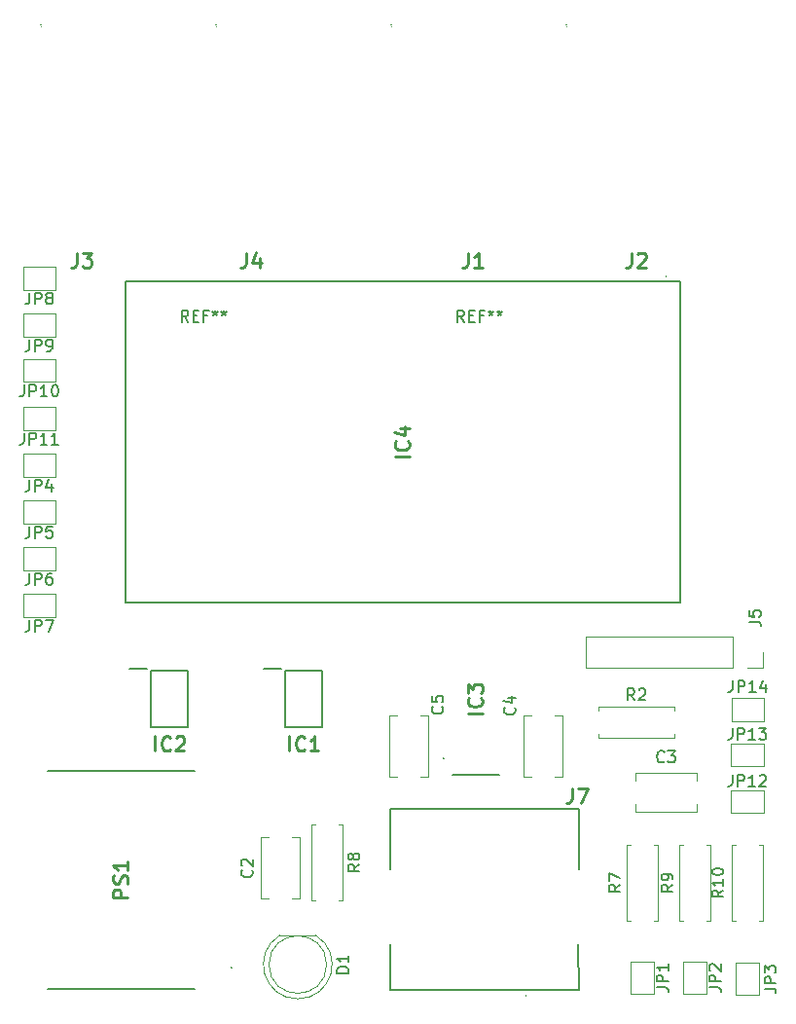
<source format=gto>
G04 #@! TF.GenerationSoftware,KiCad,Pcbnew,9.0.1*
G04 #@! TF.CreationDate,2025-05-26T13:20:38+02:00*
G04 #@! TF.ProjectId,ESP Interface Board,45535020-496e-4746-9572-666163652042,rev?*
G04 #@! TF.SameCoordinates,Original*
G04 #@! TF.FileFunction,Legend,Top*
G04 #@! TF.FilePolarity,Positive*
%FSLAX46Y46*%
G04 Gerber Fmt 4.6, Leading zero omitted, Abs format (unit mm)*
G04 Created by KiCad (PCBNEW 9.0.1) date 2025-05-26 13:20:38*
%MOMM*%
%LPD*%
G01*
G04 APERTURE LIST*
%ADD10C,0.150000*%
%ADD11C,0.254000*%
%ADD12C,0.100000*%
%ADD13C,0.120000*%
%ADD14C,0.200000*%
%ADD15C,3.200000*%
%ADD16R,1.950000X1.950000*%
%ADD17C,1.950000*%
%ADD18R,1.000000X1.500000*%
%ADD19C,1.600000*%
%ADD20O,1.600000X1.600000*%
%ADD21R,1.700000X1.700000*%
%ADD22C,1.700000*%
%ADD23R,1.800000X1.800000*%
%ADD24C,1.800000*%
%ADD25R,2.500000X1.400000*%
%ADD26R,1.500000X1.000000*%
%ADD27R,1.446000X1.446000*%
%ADD28C,1.446000*%
%ADD29C,2.355000*%
%ADD30C,3.250000*%
%ADD31R,1.665000X1.665000*%
%ADD32C,1.665000*%
%ADD33R,1.200000X1.200000*%
%ADD34C,1.200000*%
%ADD35R,1.528000X0.650000*%
G04 APERTURE END LIST*
D10*
X122166666Y-97254819D02*
X121833333Y-96778628D01*
X121595238Y-97254819D02*
X121595238Y-96254819D01*
X121595238Y-96254819D02*
X121976190Y-96254819D01*
X121976190Y-96254819D02*
X122071428Y-96302438D01*
X122071428Y-96302438D02*
X122119047Y-96350057D01*
X122119047Y-96350057D02*
X122166666Y-96445295D01*
X122166666Y-96445295D02*
X122166666Y-96588152D01*
X122166666Y-96588152D02*
X122119047Y-96683390D01*
X122119047Y-96683390D02*
X122071428Y-96731009D01*
X122071428Y-96731009D02*
X121976190Y-96778628D01*
X121976190Y-96778628D02*
X121595238Y-96778628D01*
X122595238Y-96731009D02*
X122928571Y-96731009D01*
X123071428Y-97254819D02*
X122595238Y-97254819D01*
X122595238Y-97254819D02*
X122595238Y-96254819D01*
X122595238Y-96254819D02*
X123071428Y-96254819D01*
X123833333Y-96731009D02*
X123500000Y-96731009D01*
X123500000Y-97254819D02*
X123500000Y-96254819D01*
X123500000Y-96254819D02*
X123976190Y-96254819D01*
X124500000Y-96254819D02*
X124500000Y-96492914D01*
X124261905Y-96397676D02*
X124500000Y-96492914D01*
X124500000Y-96492914D02*
X124738095Y-96397676D01*
X124357143Y-96683390D02*
X124500000Y-96492914D01*
X124500000Y-96492914D02*
X124642857Y-96683390D01*
X125261905Y-96254819D02*
X125261905Y-96492914D01*
X125023810Y-96397676D02*
X125261905Y-96492914D01*
X125261905Y-96492914D02*
X125500000Y-96397676D01*
X125119048Y-96683390D02*
X125261905Y-96492914D01*
X125261905Y-96492914D02*
X125404762Y-96683390D01*
X98166666Y-97254819D02*
X97833333Y-96778628D01*
X97595238Y-97254819D02*
X97595238Y-96254819D01*
X97595238Y-96254819D02*
X97976190Y-96254819D01*
X97976190Y-96254819D02*
X98071428Y-96302438D01*
X98071428Y-96302438D02*
X98119047Y-96350057D01*
X98119047Y-96350057D02*
X98166666Y-96445295D01*
X98166666Y-96445295D02*
X98166666Y-96588152D01*
X98166666Y-96588152D02*
X98119047Y-96683390D01*
X98119047Y-96683390D02*
X98071428Y-96731009D01*
X98071428Y-96731009D02*
X97976190Y-96778628D01*
X97976190Y-96778628D02*
X97595238Y-96778628D01*
X98595238Y-96731009D02*
X98928571Y-96731009D01*
X99071428Y-97254819D02*
X98595238Y-97254819D01*
X98595238Y-97254819D02*
X98595238Y-96254819D01*
X98595238Y-96254819D02*
X99071428Y-96254819D01*
X99833333Y-96731009D02*
X99500000Y-96731009D01*
X99500000Y-97254819D02*
X99500000Y-96254819D01*
X99500000Y-96254819D02*
X99976190Y-96254819D01*
X100500000Y-96254819D02*
X100500000Y-96492914D01*
X100261905Y-96397676D02*
X100500000Y-96492914D01*
X100500000Y-96492914D02*
X100738095Y-96397676D01*
X100357143Y-96683390D02*
X100500000Y-96492914D01*
X100500000Y-96492914D02*
X100642857Y-96683390D01*
X101261905Y-96254819D02*
X101261905Y-96492914D01*
X101023810Y-96397676D02*
X101261905Y-96492914D01*
X101261905Y-96492914D02*
X101500000Y-96397676D01*
X101119048Y-96683390D02*
X101261905Y-96492914D01*
X101261905Y-96492914D02*
X101404762Y-96683390D01*
D11*
X136736667Y-91252318D02*
X136736667Y-92159461D01*
X136736667Y-92159461D02*
X136676190Y-92340889D01*
X136676190Y-92340889D02*
X136555238Y-92461842D01*
X136555238Y-92461842D02*
X136373809Y-92522318D01*
X136373809Y-92522318D02*
X136252857Y-92522318D01*
X137280952Y-91373270D02*
X137341428Y-91312794D01*
X137341428Y-91312794D02*
X137462381Y-91252318D01*
X137462381Y-91252318D02*
X137764762Y-91252318D01*
X137764762Y-91252318D02*
X137885714Y-91312794D01*
X137885714Y-91312794D02*
X137946190Y-91373270D01*
X137946190Y-91373270D02*
X138006667Y-91494222D01*
X138006667Y-91494222D02*
X138006667Y-91615175D01*
X138006667Y-91615175D02*
X137946190Y-91796603D01*
X137946190Y-91796603D02*
X137220476Y-92522318D01*
X137220476Y-92522318D02*
X138006667Y-92522318D01*
X103208667Y-91252318D02*
X103208667Y-92159461D01*
X103208667Y-92159461D02*
X103148190Y-92340889D01*
X103148190Y-92340889D02*
X103027238Y-92461842D01*
X103027238Y-92461842D02*
X102845809Y-92522318D01*
X102845809Y-92522318D02*
X102724857Y-92522318D01*
X104357714Y-91675651D02*
X104357714Y-92522318D01*
X104055333Y-91191842D02*
X103752952Y-92098984D01*
X103752952Y-92098984D02*
X104539143Y-92098984D01*
X88476667Y-91252318D02*
X88476667Y-92159461D01*
X88476667Y-92159461D02*
X88416190Y-92340889D01*
X88416190Y-92340889D02*
X88295238Y-92461842D01*
X88295238Y-92461842D02*
X88113809Y-92522318D01*
X88113809Y-92522318D02*
X87992857Y-92522318D01*
X88960476Y-91252318D02*
X89746667Y-91252318D01*
X89746667Y-91252318D02*
X89323333Y-91736127D01*
X89323333Y-91736127D02*
X89504762Y-91736127D01*
X89504762Y-91736127D02*
X89625714Y-91796603D01*
X89625714Y-91796603D02*
X89686190Y-91857080D01*
X89686190Y-91857080D02*
X89746667Y-91978032D01*
X89746667Y-91978032D02*
X89746667Y-92280413D01*
X89746667Y-92280413D02*
X89686190Y-92401365D01*
X89686190Y-92401365D02*
X89625714Y-92461842D01*
X89625714Y-92461842D02*
X89504762Y-92522318D01*
X89504762Y-92522318D02*
X89141905Y-92522318D01*
X89141905Y-92522318D02*
X89020952Y-92461842D01*
X89020952Y-92461842D02*
X88960476Y-92401365D01*
X122512667Y-91252318D02*
X122512667Y-92159461D01*
X122512667Y-92159461D02*
X122452190Y-92340889D01*
X122452190Y-92340889D02*
X122331238Y-92461842D01*
X122331238Y-92461842D02*
X122149809Y-92522318D01*
X122149809Y-92522318D02*
X122028857Y-92522318D01*
X123782667Y-92522318D02*
X123056952Y-92522318D01*
X123419809Y-92522318D02*
X123419809Y-91252318D01*
X123419809Y-91252318D02*
X123298857Y-91433746D01*
X123298857Y-91433746D02*
X123177905Y-91554699D01*
X123177905Y-91554699D02*
X123056952Y-91615175D01*
D10*
X145540476Y-128454819D02*
X145540476Y-129169104D01*
X145540476Y-129169104D02*
X145492857Y-129311961D01*
X145492857Y-129311961D02*
X145397619Y-129407200D01*
X145397619Y-129407200D02*
X145254762Y-129454819D01*
X145254762Y-129454819D02*
X145159524Y-129454819D01*
X146016667Y-129454819D02*
X146016667Y-128454819D01*
X146016667Y-128454819D02*
X146397619Y-128454819D01*
X146397619Y-128454819D02*
X146492857Y-128502438D01*
X146492857Y-128502438D02*
X146540476Y-128550057D01*
X146540476Y-128550057D02*
X146588095Y-128645295D01*
X146588095Y-128645295D02*
X146588095Y-128788152D01*
X146588095Y-128788152D02*
X146540476Y-128883390D01*
X146540476Y-128883390D02*
X146492857Y-128931009D01*
X146492857Y-128931009D02*
X146397619Y-128978628D01*
X146397619Y-128978628D02*
X146016667Y-128978628D01*
X147540476Y-129454819D02*
X146969048Y-129454819D01*
X147254762Y-129454819D02*
X147254762Y-128454819D01*
X147254762Y-128454819D02*
X147159524Y-128597676D01*
X147159524Y-128597676D02*
X147064286Y-128692914D01*
X147064286Y-128692914D02*
X146969048Y-128740533D01*
X148397619Y-128788152D02*
X148397619Y-129454819D01*
X148159524Y-128407200D02*
X147921429Y-129121485D01*
X147921429Y-129121485D02*
X148540476Y-129121485D01*
X144726819Y-146692857D02*
X144250628Y-147026190D01*
X144726819Y-147264285D02*
X143726819Y-147264285D01*
X143726819Y-147264285D02*
X143726819Y-146883333D01*
X143726819Y-146883333D02*
X143774438Y-146788095D01*
X143774438Y-146788095D02*
X143822057Y-146740476D01*
X143822057Y-146740476D02*
X143917295Y-146692857D01*
X143917295Y-146692857D02*
X144060152Y-146692857D01*
X144060152Y-146692857D02*
X144155390Y-146740476D01*
X144155390Y-146740476D02*
X144203009Y-146788095D01*
X144203009Y-146788095D02*
X144250628Y-146883333D01*
X144250628Y-146883333D02*
X144250628Y-147264285D01*
X144726819Y-145740476D02*
X144726819Y-146311904D01*
X144726819Y-146026190D02*
X143726819Y-146026190D01*
X143726819Y-146026190D02*
X143869676Y-146121428D01*
X143869676Y-146121428D02*
X143964914Y-146216666D01*
X143964914Y-146216666D02*
X144012533Y-146311904D01*
X143726819Y-145121428D02*
X143726819Y-145026190D01*
X143726819Y-145026190D02*
X143774438Y-144930952D01*
X143774438Y-144930952D02*
X143822057Y-144883333D01*
X143822057Y-144883333D02*
X143917295Y-144835714D01*
X143917295Y-144835714D02*
X144107771Y-144788095D01*
X144107771Y-144788095D02*
X144345866Y-144788095D01*
X144345866Y-144788095D02*
X144536342Y-144835714D01*
X144536342Y-144835714D02*
X144631580Y-144883333D01*
X144631580Y-144883333D02*
X144679200Y-144930952D01*
X144679200Y-144930952D02*
X144726819Y-145026190D01*
X144726819Y-145026190D02*
X144726819Y-145121428D01*
X144726819Y-145121428D02*
X144679200Y-145216666D01*
X144679200Y-145216666D02*
X144631580Y-145264285D01*
X144631580Y-145264285D02*
X144536342Y-145311904D01*
X144536342Y-145311904D02*
X144345866Y-145359523D01*
X144345866Y-145359523D02*
X144107771Y-145359523D01*
X144107771Y-145359523D02*
X143917295Y-145311904D01*
X143917295Y-145311904D02*
X143822057Y-145264285D01*
X143822057Y-145264285D02*
X143774438Y-145216666D01*
X143774438Y-145216666D02*
X143726819Y-145121428D01*
X140324819Y-146216666D02*
X139848628Y-146549999D01*
X140324819Y-146788094D02*
X139324819Y-146788094D01*
X139324819Y-146788094D02*
X139324819Y-146407142D01*
X139324819Y-146407142D02*
X139372438Y-146311904D01*
X139372438Y-146311904D02*
X139420057Y-146264285D01*
X139420057Y-146264285D02*
X139515295Y-146216666D01*
X139515295Y-146216666D02*
X139658152Y-146216666D01*
X139658152Y-146216666D02*
X139753390Y-146264285D01*
X139753390Y-146264285D02*
X139801009Y-146311904D01*
X139801009Y-146311904D02*
X139848628Y-146407142D01*
X139848628Y-146407142D02*
X139848628Y-146788094D01*
X140324819Y-145740475D02*
X140324819Y-145549999D01*
X140324819Y-145549999D02*
X140277200Y-145454761D01*
X140277200Y-145454761D02*
X140229580Y-145407142D01*
X140229580Y-145407142D02*
X140086723Y-145311904D01*
X140086723Y-145311904D02*
X139896247Y-145264285D01*
X139896247Y-145264285D02*
X139515295Y-145264285D01*
X139515295Y-145264285D02*
X139420057Y-145311904D01*
X139420057Y-145311904D02*
X139372438Y-145359523D01*
X139372438Y-145359523D02*
X139324819Y-145454761D01*
X139324819Y-145454761D02*
X139324819Y-145645237D01*
X139324819Y-145645237D02*
X139372438Y-145740475D01*
X139372438Y-145740475D02*
X139420057Y-145788094D01*
X139420057Y-145788094D02*
X139515295Y-145835713D01*
X139515295Y-145835713D02*
X139753390Y-145835713D01*
X139753390Y-145835713D02*
X139848628Y-145788094D01*
X139848628Y-145788094D02*
X139896247Y-145740475D01*
X139896247Y-145740475D02*
X139943866Y-145645237D01*
X139943866Y-145645237D02*
X139943866Y-145454761D01*
X139943866Y-145454761D02*
X139896247Y-145359523D01*
X139896247Y-145359523D02*
X139848628Y-145311904D01*
X139848628Y-145311904D02*
X139753390Y-145264285D01*
X113060819Y-144438666D02*
X112584628Y-144771999D01*
X113060819Y-145010094D02*
X112060819Y-145010094D01*
X112060819Y-145010094D02*
X112060819Y-144629142D01*
X112060819Y-144629142D02*
X112108438Y-144533904D01*
X112108438Y-144533904D02*
X112156057Y-144486285D01*
X112156057Y-144486285D02*
X112251295Y-144438666D01*
X112251295Y-144438666D02*
X112394152Y-144438666D01*
X112394152Y-144438666D02*
X112489390Y-144486285D01*
X112489390Y-144486285D02*
X112537009Y-144533904D01*
X112537009Y-144533904D02*
X112584628Y-144629142D01*
X112584628Y-144629142D02*
X112584628Y-145010094D01*
X112489390Y-143867237D02*
X112441771Y-143962475D01*
X112441771Y-143962475D02*
X112394152Y-144010094D01*
X112394152Y-144010094D02*
X112298914Y-144057713D01*
X112298914Y-144057713D02*
X112251295Y-144057713D01*
X112251295Y-144057713D02*
X112156057Y-144010094D01*
X112156057Y-144010094D02*
X112108438Y-143962475D01*
X112108438Y-143962475D02*
X112060819Y-143867237D01*
X112060819Y-143867237D02*
X112060819Y-143676761D01*
X112060819Y-143676761D02*
X112108438Y-143581523D01*
X112108438Y-143581523D02*
X112156057Y-143533904D01*
X112156057Y-143533904D02*
X112251295Y-143486285D01*
X112251295Y-143486285D02*
X112298914Y-143486285D01*
X112298914Y-143486285D02*
X112394152Y-143533904D01*
X112394152Y-143533904D02*
X112441771Y-143581523D01*
X112441771Y-143581523D02*
X112489390Y-143676761D01*
X112489390Y-143676761D02*
X112489390Y-143867237D01*
X112489390Y-143867237D02*
X112537009Y-143962475D01*
X112537009Y-143962475D02*
X112584628Y-144010094D01*
X112584628Y-144010094D02*
X112679866Y-144057713D01*
X112679866Y-144057713D02*
X112870342Y-144057713D01*
X112870342Y-144057713D02*
X112965580Y-144010094D01*
X112965580Y-144010094D02*
X113013200Y-143962475D01*
X113013200Y-143962475D02*
X113060819Y-143867237D01*
X113060819Y-143867237D02*
X113060819Y-143676761D01*
X113060819Y-143676761D02*
X113013200Y-143581523D01*
X113013200Y-143581523D02*
X112965580Y-143533904D01*
X112965580Y-143533904D02*
X112870342Y-143486285D01*
X112870342Y-143486285D02*
X112679866Y-143486285D01*
X112679866Y-143486285D02*
X112584628Y-143533904D01*
X112584628Y-143533904D02*
X112537009Y-143581523D01*
X112537009Y-143581523D02*
X112489390Y-143676761D01*
X135752819Y-146216666D02*
X135276628Y-146549999D01*
X135752819Y-146788094D02*
X134752819Y-146788094D01*
X134752819Y-146788094D02*
X134752819Y-146407142D01*
X134752819Y-146407142D02*
X134800438Y-146311904D01*
X134800438Y-146311904D02*
X134848057Y-146264285D01*
X134848057Y-146264285D02*
X134943295Y-146216666D01*
X134943295Y-146216666D02*
X135086152Y-146216666D01*
X135086152Y-146216666D02*
X135181390Y-146264285D01*
X135181390Y-146264285D02*
X135229009Y-146311904D01*
X135229009Y-146311904D02*
X135276628Y-146407142D01*
X135276628Y-146407142D02*
X135276628Y-146788094D01*
X134752819Y-145883332D02*
X134752819Y-145216666D01*
X134752819Y-145216666D02*
X135752819Y-145645237D01*
X136993333Y-130164819D02*
X136660000Y-129688628D01*
X136421905Y-130164819D02*
X136421905Y-129164819D01*
X136421905Y-129164819D02*
X136802857Y-129164819D01*
X136802857Y-129164819D02*
X136898095Y-129212438D01*
X136898095Y-129212438D02*
X136945714Y-129260057D01*
X136945714Y-129260057D02*
X136993333Y-129355295D01*
X136993333Y-129355295D02*
X136993333Y-129498152D01*
X136993333Y-129498152D02*
X136945714Y-129593390D01*
X136945714Y-129593390D02*
X136898095Y-129641009D01*
X136898095Y-129641009D02*
X136802857Y-129688628D01*
X136802857Y-129688628D02*
X136421905Y-129688628D01*
X137374286Y-129260057D02*
X137421905Y-129212438D01*
X137421905Y-129212438D02*
X137517143Y-129164819D01*
X137517143Y-129164819D02*
X137755238Y-129164819D01*
X137755238Y-129164819D02*
X137850476Y-129212438D01*
X137850476Y-129212438D02*
X137898095Y-129260057D01*
X137898095Y-129260057D02*
X137945714Y-129355295D01*
X137945714Y-129355295D02*
X137945714Y-129450533D01*
X137945714Y-129450533D02*
X137898095Y-129593390D01*
X137898095Y-129593390D02*
X137326667Y-130164819D01*
X137326667Y-130164819D02*
X137945714Y-130164819D01*
X146954819Y-123333333D02*
X147669104Y-123333333D01*
X147669104Y-123333333D02*
X147811961Y-123380952D01*
X147811961Y-123380952D02*
X147907200Y-123476190D01*
X147907200Y-123476190D02*
X147954819Y-123619047D01*
X147954819Y-123619047D02*
X147954819Y-123714285D01*
X146954819Y-122380952D02*
X146954819Y-122857142D01*
X146954819Y-122857142D02*
X147431009Y-122904761D01*
X147431009Y-122904761D02*
X147383390Y-122857142D01*
X147383390Y-122857142D02*
X147335771Y-122761904D01*
X147335771Y-122761904D02*
X147335771Y-122523809D01*
X147335771Y-122523809D02*
X147383390Y-122428571D01*
X147383390Y-122428571D02*
X147431009Y-122380952D01*
X147431009Y-122380952D02*
X147526247Y-122333333D01*
X147526247Y-122333333D02*
X147764342Y-122333333D01*
X147764342Y-122333333D02*
X147859580Y-122380952D01*
X147859580Y-122380952D02*
X147907200Y-122428571D01*
X147907200Y-122428571D02*
X147954819Y-122523809D01*
X147954819Y-122523809D02*
X147954819Y-122761904D01*
X147954819Y-122761904D02*
X147907200Y-122857142D01*
X147907200Y-122857142D02*
X147859580Y-122904761D01*
X112110819Y-153900094D02*
X111110819Y-153900094D01*
X111110819Y-153900094D02*
X111110819Y-153661999D01*
X111110819Y-153661999D02*
X111158438Y-153519142D01*
X111158438Y-153519142D02*
X111253676Y-153423904D01*
X111253676Y-153423904D02*
X111348914Y-153376285D01*
X111348914Y-153376285D02*
X111539390Y-153328666D01*
X111539390Y-153328666D02*
X111682247Y-153328666D01*
X111682247Y-153328666D02*
X111872723Y-153376285D01*
X111872723Y-153376285D02*
X111967961Y-153423904D01*
X111967961Y-153423904D02*
X112063200Y-153519142D01*
X112063200Y-153519142D02*
X112110819Y-153661999D01*
X112110819Y-153661999D02*
X112110819Y-153900094D01*
X112110819Y-152376285D02*
X112110819Y-152947713D01*
X112110819Y-152661999D02*
X111110819Y-152661999D01*
X111110819Y-152661999D02*
X111253676Y-152757237D01*
X111253676Y-152757237D02*
X111348914Y-152852475D01*
X111348914Y-152852475D02*
X111396533Y-152947713D01*
X120246580Y-130722666D02*
X120294200Y-130770285D01*
X120294200Y-130770285D02*
X120341819Y-130913142D01*
X120341819Y-130913142D02*
X120341819Y-131008380D01*
X120341819Y-131008380D02*
X120294200Y-131151237D01*
X120294200Y-131151237D02*
X120198961Y-131246475D01*
X120198961Y-131246475D02*
X120103723Y-131294094D01*
X120103723Y-131294094D02*
X119913247Y-131341713D01*
X119913247Y-131341713D02*
X119770390Y-131341713D01*
X119770390Y-131341713D02*
X119579914Y-131294094D01*
X119579914Y-131294094D02*
X119484676Y-131246475D01*
X119484676Y-131246475D02*
X119389438Y-131151237D01*
X119389438Y-131151237D02*
X119341819Y-131008380D01*
X119341819Y-131008380D02*
X119341819Y-130913142D01*
X119341819Y-130913142D02*
X119389438Y-130770285D01*
X119389438Y-130770285D02*
X119437057Y-130722666D01*
X119341819Y-129817904D02*
X119341819Y-130294094D01*
X119341819Y-130294094D02*
X119818009Y-130341713D01*
X119818009Y-130341713D02*
X119770390Y-130294094D01*
X119770390Y-130294094D02*
X119722771Y-130198856D01*
X119722771Y-130198856D02*
X119722771Y-129960761D01*
X119722771Y-129960761D02*
X119770390Y-129865523D01*
X119770390Y-129865523D02*
X119818009Y-129817904D01*
X119818009Y-129817904D02*
X119913247Y-129770285D01*
X119913247Y-129770285D02*
X120151342Y-129770285D01*
X120151342Y-129770285D02*
X120246580Y-129817904D01*
X120246580Y-129817904D02*
X120294200Y-129865523D01*
X120294200Y-129865523D02*
X120341819Y-129960761D01*
X120341819Y-129960761D02*
X120341819Y-130198856D01*
X120341819Y-130198856D02*
X120294200Y-130294094D01*
X120294200Y-130294094D02*
X120246580Y-130341713D01*
X126540580Y-130802666D02*
X126588200Y-130850285D01*
X126588200Y-130850285D02*
X126635819Y-130993142D01*
X126635819Y-130993142D02*
X126635819Y-131088380D01*
X126635819Y-131088380D02*
X126588200Y-131231237D01*
X126588200Y-131231237D02*
X126492961Y-131326475D01*
X126492961Y-131326475D02*
X126397723Y-131374094D01*
X126397723Y-131374094D02*
X126207247Y-131421713D01*
X126207247Y-131421713D02*
X126064390Y-131421713D01*
X126064390Y-131421713D02*
X125873914Y-131374094D01*
X125873914Y-131374094D02*
X125778676Y-131326475D01*
X125778676Y-131326475D02*
X125683438Y-131231237D01*
X125683438Y-131231237D02*
X125635819Y-131088380D01*
X125635819Y-131088380D02*
X125635819Y-130993142D01*
X125635819Y-130993142D02*
X125683438Y-130850285D01*
X125683438Y-130850285D02*
X125731057Y-130802666D01*
X125969152Y-129945523D02*
X126635819Y-129945523D01*
X125588200Y-130183618D02*
X126302485Y-130421713D01*
X126302485Y-130421713D02*
X126302485Y-129802666D01*
X139573333Y-135487580D02*
X139525714Y-135535200D01*
X139525714Y-135535200D02*
X139382857Y-135582819D01*
X139382857Y-135582819D02*
X139287619Y-135582819D01*
X139287619Y-135582819D02*
X139144762Y-135535200D01*
X139144762Y-135535200D02*
X139049524Y-135439961D01*
X139049524Y-135439961D02*
X139001905Y-135344723D01*
X139001905Y-135344723D02*
X138954286Y-135154247D01*
X138954286Y-135154247D02*
X138954286Y-135011390D01*
X138954286Y-135011390D02*
X139001905Y-134820914D01*
X139001905Y-134820914D02*
X139049524Y-134725676D01*
X139049524Y-134725676D02*
X139144762Y-134630438D01*
X139144762Y-134630438D02*
X139287619Y-134582819D01*
X139287619Y-134582819D02*
X139382857Y-134582819D01*
X139382857Y-134582819D02*
X139525714Y-134630438D01*
X139525714Y-134630438D02*
X139573333Y-134678057D01*
X139906667Y-134582819D02*
X140525714Y-134582819D01*
X140525714Y-134582819D02*
X140192381Y-134963771D01*
X140192381Y-134963771D02*
X140335238Y-134963771D01*
X140335238Y-134963771D02*
X140430476Y-135011390D01*
X140430476Y-135011390D02*
X140478095Y-135059009D01*
X140478095Y-135059009D02*
X140525714Y-135154247D01*
X140525714Y-135154247D02*
X140525714Y-135392342D01*
X140525714Y-135392342D02*
X140478095Y-135487580D01*
X140478095Y-135487580D02*
X140430476Y-135535200D01*
X140430476Y-135535200D02*
X140335238Y-135582819D01*
X140335238Y-135582819D02*
X140049524Y-135582819D01*
X140049524Y-135582819D02*
X139954286Y-135535200D01*
X139954286Y-135535200D02*
X139906667Y-135487580D01*
X103681580Y-144946666D02*
X103729200Y-144994285D01*
X103729200Y-144994285D02*
X103776819Y-145137142D01*
X103776819Y-145137142D02*
X103776819Y-145232380D01*
X103776819Y-145232380D02*
X103729200Y-145375237D01*
X103729200Y-145375237D02*
X103633961Y-145470475D01*
X103633961Y-145470475D02*
X103538723Y-145518094D01*
X103538723Y-145518094D02*
X103348247Y-145565713D01*
X103348247Y-145565713D02*
X103205390Y-145565713D01*
X103205390Y-145565713D02*
X103014914Y-145518094D01*
X103014914Y-145518094D02*
X102919676Y-145470475D01*
X102919676Y-145470475D02*
X102824438Y-145375237D01*
X102824438Y-145375237D02*
X102776819Y-145232380D01*
X102776819Y-145232380D02*
X102776819Y-145137142D01*
X102776819Y-145137142D02*
X102824438Y-144994285D01*
X102824438Y-144994285D02*
X102872057Y-144946666D01*
X102872057Y-144565713D02*
X102824438Y-144518094D01*
X102824438Y-144518094D02*
X102776819Y-144422856D01*
X102776819Y-144422856D02*
X102776819Y-144184761D01*
X102776819Y-144184761D02*
X102824438Y-144089523D01*
X102824438Y-144089523D02*
X102872057Y-144041904D01*
X102872057Y-144041904D02*
X102967295Y-143994285D01*
X102967295Y-143994285D02*
X103062533Y-143994285D01*
X103062533Y-143994285D02*
X103205390Y-144041904D01*
X103205390Y-144041904D02*
X103776819Y-144613332D01*
X103776819Y-144613332D02*
X103776819Y-143994285D01*
D11*
X92902318Y-147338143D02*
X91632318Y-147338143D01*
X91632318Y-147338143D02*
X91632318Y-146854333D01*
X91632318Y-146854333D02*
X91692794Y-146733381D01*
X91692794Y-146733381D02*
X91753270Y-146672904D01*
X91753270Y-146672904D02*
X91874222Y-146612428D01*
X91874222Y-146612428D02*
X92055651Y-146612428D01*
X92055651Y-146612428D02*
X92176603Y-146672904D01*
X92176603Y-146672904D02*
X92237080Y-146733381D01*
X92237080Y-146733381D02*
X92297556Y-146854333D01*
X92297556Y-146854333D02*
X92297556Y-147338143D01*
X92841842Y-146128619D02*
X92902318Y-145947190D01*
X92902318Y-145947190D02*
X92902318Y-145644809D01*
X92902318Y-145644809D02*
X92841842Y-145523857D01*
X92841842Y-145523857D02*
X92781365Y-145463381D01*
X92781365Y-145463381D02*
X92660413Y-145402904D01*
X92660413Y-145402904D02*
X92539461Y-145402904D01*
X92539461Y-145402904D02*
X92418508Y-145463381D01*
X92418508Y-145463381D02*
X92358032Y-145523857D01*
X92358032Y-145523857D02*
X92297556Y-145644809D01*
X92297556Y-145644809D02*
X92237080Y-145886714D01*
X92237080Y-145886714D02*
X92176603Y-146007666D01*
X92176603Y-146007666D02*
X92116127Y-146068143D01*
X92116127Y-146068143D02*
X91995175Y-146128619D01*
X91995175Y-146128619D02*
X91874222Y-146128619D01*
X91874222Y-146128619D02*
X91753270Y-146068143D01*
X91753270Y-146068143D02*
X91692794Y-146007666D01*
X91692794Y-146007666D02*
X91632318Y-145886714D01*
X91632318Y-145886714D02*
X91632318Y-145584333D01*
X91632318Y-145584333D02*
X91692794Y-145402904D01*
X92902318Y-144193380D02*
X92902318Y-144919095D01*
X92902318Y-144556238D02*
X91632318Y-144556238D01*
X91632318Y-144556238D02*
X91813746Y-144677190D01*
X91813746Y-144677190D02*
X91934699Y-144798142D01*
X91934699Y-144798142D02*
X91995175Y-144919095D01*
D10*
X145502476Y-132590819D02*
X145502476Y-133305104D01*
X145502476Y-133305104D02*
X145454857Y-133447961D01*
X145454857Y-133447961D02*
X145359619Y-133543200D01*
X145359619Y-133543200D02*
X145216762Y-133590819D01*
X145216762Y-133590819D02*
X145121524Y-133590819D01*
X145978667Y-133590819D02*
X145978667Y-132590819D01*
X145978667Y-132590819D02*
X146359619Y-132590819D01*
X146359619Y-132590819D02*
X146454857Y-132638438D01*
X146454857Y-132638438D02*
X146502476Y-132686057D01*
X146502476Y-132686057D02*
X146550095Y-132781295D01*
X146550095Y-132781295D02*
X146550095Y-132924152D01*
X146550095Y-132924152D02*
X146502476Y-133019390D01*
X146502476Y-133019390D02*
X146454857Y-133067009D01*
X146454857Y-133067009D02*
X146359619Y-133114628D01*
X146359619Y-133114628D02*
X145978667Y-133114628D01*
X147502476Y-133590819D02*
X146931048Y-133590819D01*
X147216762Y-133590819D02*
X147216762Y-132590819D01*
X147216762Y-132590819D02*
X147121524Y-132733676D01*
X147121524Y-132733676D02*
X147026286Y-132828914D01*
X147026286Y-132828914D02*
X146931048Y-132876533D01*
X147835810Y-132590819D02*
X148454857Y-132590819D01*
X148454857Y-132590819D02*
X148121524Y-132971771D01*
X148121524Y-132971771D02*
X148264381Y-132971771D01*
X148264381Y-132971771D02*
X148359619Y-133019390D01*
X148359619Y-133019390D02*
X148407238Y-133067009D01*
X148407238Y-133067009D02*
X148454857Y-133162247D01*
X148454857Y-133162247D02*
X148454857Y-133400342D01*
X148454857Y-133400342D02*
X148407238Y-133495580D01*
X148407238Y-133495580D02*
X148359619Y-133543200D01*
X148359619Y-133543200D02*
X148264381Y-133590819D01*
X148264381Y-133590819D02*
X147978667Y-133590819D01*
X147978667Y-133590819D02*
X147883429Y-133543200D01*
X147883429Y-133543200D02*
X147835810Y-133495580D01*
X145502476Y-136654819D02*
X145502476Y-137369104D01*
X145502476Y-137369104D02*
X145454857Y-137511961D01*
X145454857Y-137511961D02*
X145359619Y-137607200D01*
X145359619Y-137607200D02*
X145216762Y-137654819D01*
X145216762Y-137654819D02*
X145121524Y-137654819D01*
X145978667Y-137654819D02*
X145978667Y-136654819D01*
X145978667Y-136654819D02*
X146359619Y-136654819D01*
X146359619Y-136654819D02*
X146454857Y-136702438D01*
X146454857Y-136702438D02*
X146502476Y-136750057D01*
X146502476Y-136750057D02*
X146550095Y-136845295D01*
X146550095Y-136845295D02*
X146550095Y-136988152D01*
X146550095Y-136988152D02*
X146502476Y-137083390D01*
X146502476Y-137083390D02*
X146454857Y-137131009D01*
X146454857Y-137131009D02*
X146359619Y-137178628D01*
X146359619Y-137178628D02*
X145978667Y-137178628D01*
X147502476Y-137654819D02*
X146931048Y-137654819D01*
X147216762Y-137654819D02*
X147216762Y-136654819D01*
X147216762Y-136654819D02*
X147121524Y-136797676D01*
X147121524Y-136797676D02*
X147026286Y-136892914D01*
X147026286Y-136892914D02*
X146931048Y-136940533D01*
X147883429Y-136750057D02*
X147931048Y-136702438D01*
X147931048Y-136702438D02*
X148026286Y-136654819D01*
X148026286Y-136654819D02*
X148264381Y-136654819D01*
X148264381Y-136654819D02*
X148359619Y-136702438D01*
X148359619Y-136702438D02*
X148407238Y-136750057D01*
X148407238Y-136750057D02*
X148454857Y-136845295D01*
X148454857Y-136845295D02*
X148454857Y-136940533D01*
X148454857Y-136940533D02*
X148407238Y-137083390D01*
X148407238Y-137083390D02*
X147835810Y-137654819D01*
X147835810Y-137654819D02*
X148454857Y-137654819D01*
X83892476Y-106918819D02*
X83892476Y-107633104D01*
X83892476Y-107633104D02*
X83844857Y-107775961D01*
X83844857Y-107775961D02*
X83749619Y-107871200D01*
X83749619Y-107871200D02*
X83606762Y-107918819D01*
X83606762Y-107918819D02*
X83511524Y-107918819D01*
X84368667Y-107918819D02*
X84368667Y-106918819D01*
X84368667Y-106918819D02*
X84749619Y-106918819D01*
X84749619Y-106918819D02*
X84844857Y-106966438D01*
X84844857Y-106966438D02*
X84892476Y-107014057D01*
X84892476Y-107014057D02*
X84940095Y-107109295D01*
X84940095Y-107109295D02*
X84940095Y-107252152D01*
X84940095Y-107252152D02*
X84892476Y-107347390D01*
X84892476Y-107347390D02*
X84844857Y-107395009D01*
X84844857Y-107395009D02*
X84749619Y-107442628D01*
X84749619Y-107442628D02*
X84368667Y-107442628D01*
X85892476Y-107918819D02*
X85321048Y-107918819D01*
X85606762Y-107918819D02*
X85606762Y-106918819D01*
X85606762Y-106918819D02*
X85511524Y-107061676D01*
X85511524Y-107061676D02*
X85416286Y-107156914D01*
X85416286Y-107156914D02*
X85321048Y-107204533D01*
X86844857Y-107918819D02*
X86273429Y-107918819D01*
X86559143Y-107918819D02*
X86559143Y-106918819D01*
X86559143Y-106918819D02*
X86463905Y-107061676D01*
X86463905Y-107061676D02*
X86368667Y-107156914D01*
X86368667Y-107156914D02*
X86273429Y-107204533D01*
X83892476Y-102748819D02*
X83892476Y-103463104D01*
X83892476Y-103463104D02*
X83844857Y-103605961D01*
X83844857Y-103605961D02*
X83749619Y-103701200D01*
X83749619Y-103701200D02*
X83606762Y-103748819D01*
X83606762Y-103748819D02*
X83511524Y-103748819D01*
X84368667Y-103748819D02*
X84368667Y-102748819D01*
X84368667Y-102748819D02*
X84749619Y-102748819D01*
X84749619Y-102748819D02*
X84844857Y-102796438D01*
X84844857Y-102796438D02*
X84892476Y-102844057D01*
X84892476Y-102844057D02*
X84940095Y-102939295D01*
X84940095Y-102939295D02*
X84940095Y-103082152D01*
X84940095Y-103082152D02*
X84892476Y-103177390D01*
X84892476Y-103177390D02*
X84844857Y-103225009D01*
X84844857Y-103225009D02*
X84749619Y-103272628D01*
X84749619Y-103272628D02*
X84368667Y-103272628D01*
X85892476Y-103748819D02*
X85321048Y-103748819D01*
X85606762Y-103748819D02*
X85606762Y-102748819D01*
X85606762Y-102748819D02*
X85511524Y-102891676D01*
X85511524Y-102891676D02*
X85416286Y-102986914D01*
X85416286Y-102986914D02*
X85321048Y-103034533D01*
X86511524Y-102748819D02*
X86606762Y-102748819D01*
X86606762Y-102748819D02*
X86702000Y-102796438D01*
X86702000Y-102796438D02*
X86749619Y-102844057D01*
X86749619Y-102844057D02*
X86797238Y-102939295D01*
X86797238Y-102939295D02*
X86844857Y-103129771D01*
X86844857Y-103129771D02*
X86844857Y-103367866D01*
X86844857Y-103367866D02*
X86797238Y-103558342D01*
X86797238Y-103558342D02*
X86749619Y-103653580D01*
X86749619Y-103653580D02*
X86702000Y-103701200D01*
X86702000Y-103701200D02*
X86606762Y-103748819D01*
X86606762Y-103748819D02*
X86511524Y-103748819D01*
X86511524Y-103748819D02*
X86416286Y-103701200D01*
X86416286Y-103701200D02*
X86368667Y-103653580D01*
X86368667Y-103653580D02*
X86321048Y-103558342D01*
X86321048Y-103558342D02*
X86273429Y-103367866D01*
X86273429Y-103367866D02*
X86273429Y-103129771D01*
X86273429Y-103129771D02*
X86321048Y-102939295D01*
X86321048Y-102939295D02*
X86368667Y-102844057D01*
X86368667Y-102844057D02*
X86416286Y-102796438D01*
X86416286Y-102796438D02*
X86511524Y-102748819D01*
X84368666Y-98790819D02*
X84368666Y-99505104D01*
X84368666Y-99505104D02*
X84321047Y-99647961D01*
X84321047Y-99647961D02*
X84225809Y-99743200D01*
X84225809Y-99743200D02*
X84082952Y-99790819D01*
X84082952Y-99790819D02*
X83987714Y-99790819D01*
X84844857Y-99790819D02*
X84844857Y-98790819D01*
X84844857Y-98790819D02*
X85225809Y-98790819D01*
X85225809Y-98790819D02*
X85321047Y-98838438D01*
X85321047Y-98838438D02*
X85368666Y-98886057D01*
X85368666Y-98886057D02*
X85416285Y-98981295D01*
X85416285Y-98981295D02*
X85416285Y-99124152D01*
X85416285Y-99124152D02*
X85368666Y-99219390D01*
X85368666Y-99219390D02*
X85321047Y-99267009D01*
X85321047Y-99267009D02*
X85225809Y-99314628D01*
X85225809Y-99314628D02*
X84844857Y-99314628D01*
X85892476Y-99790819D02*
X86082952Y-99790819D01*
X86082952Y-99790819D02*
X86178190Y-99743200D01*
X86178190Y-99743200D02*
X86225809Y-99695580D01*
X86225809Y-99695580D02*
X86321047Y-99552723D01*
X86321047Y-99552723D02*
X86368666Y-99362247D01*
X86368666Y-99362247D02*
X86368666Y-98981295D01*
X86368666Y-98981295D02*
X86321047Y-98886057D01*
X86321047Y-98886057D02*
X86273428Y-98838438D01*
X86273428Y-98838438D02*
X86178190Y-98790819D01*
X86178190Y-98790819D02*
X85987714Y-98790819D01*
X85987714Y-98790819D02*
X85892476Y-98838438D01*
X85892476Y-98838438D02*
X85844857Y-98886057D01*
X85844857Y-98886057D02*
X85797238Y-98981295D01*
X85797238Y-98981295D02*
X85797238Y-99219390D01*
X85797238Y-99219390D02*
X85844857Y-99314628D01*
X85844857Y-99314628D02*
X85892476Y-99362247D01*
X85892476Y-99362247D02*
X85987714Y-99409866D01*
X85987714Y-99409866D02*
X86178190Y-99409866D01*
X86178190Y-99409866D02*
X86273428Y-99362247D01*
X86273428Y-99362247D02*
X86321047Y-99314628D01*
X86321047Y-99314628D02*
X86368666Y-99219390D01*
X84368666Y-94720819D02*
X84368666Y-95435104D01*
X84368666Y-95435104D02*
X84321047Y-95577961D01*
X84321047Y-95577961D02*
X84225809Y-95673200D01*
X84225809Y-95673200D02*
X84082952Y-95720819D01*
X84082952Y-95720819D02*
X83987714Y-95720819D01*
X84844857Y-95720819D02*
X84844857Y-94720819D01*
X84844857Y-94720819D02*
X85225809Y-94720819D01*
X85225809Y-94720819D02*
X85321047Y-94768438D01*
X85321047Y-94768438D02*
X85368666Y-94816057D01*
X85368666Y-94816057D02*
X85416285Y-94911295D01*
X85416285Y-94911295D02*
X85416285Y-95054152D01*
X85416285Y-95054152D02*
X85368666Y-95149390D01*
X85368666Y-95149390D02*
X85321047Y-95197009D01*
X85321047Y-95197009D02*
X85225809Y-95244628D01*
X85225809Y-95244628D02*
X84844857Y-95244628D01*
X85987714Y-95149390D02*
X85892476Y-95101771D01*
X85892476Y-95101771D02*
X85844857Y-95054152D01*
X85844857Y-95054152D02*
X85797238Y-94958914D01*
X85797238Y-94958914D02*
X85797238Y-94911295D01*
X85797238Y-94911295D02*
X85844857Y-94816057D01*
X85844857Y-94816057D02*
X85892476Y-94768438D01*
X85892476Y-94768438D02*
X85987714Y-94720819D01*
X85987714Y-94720819D02*
X86178190Y-94720819D01*
X86178190Y-94720819D02*
X86273428Y-94768438D01*
X86273428Y-94768438D02*
X86321047Y-94816057D01*
X86321047Y-94816057D02*
X86368666Y-94911295D01*
X86368666Y-94911295D02*
X86368666Y-94958914D01*
X86368666Y-94958914D02*
X86321047Y-95054152D01*
X86321047Y-95054152D02*
X86273428Y-95101771D01*
X86273428Y-95101771D02*
X86178190Y-95149390D01*
X86178190Y-95149390D02*
X85987714Y-95149390D01*
X85987714Y-95149390D02*
X85892476Y-95197009D01*
X85892476Y-95197009D02*
X85844857Y-95244628D01*
X85844857Y-95244628D02*
X85797238Y-95339866D01*
X85797238Y-95339866D02*
X85797238Y-95530342D01*
X85797238Y-95530342D02*
X85844857Y-95625580D01*
X85844857Y-95625580D02*
X85892476Y-95673200D01*
X85892476Y-95673200D02*
X85987714Y-95720819D01*
X85987714Y-95720819D02*
X86178190Y-95720819D01*
X86178190Y-95720819D02*
X86273428Y-95673200D01*
X86273428Y-95673200D02*
X86321047Y-95625580D01*
X86321047Y-95625580D02*
X86368666Y-95530342D01*
X86368666Y-95530342D02*
X86368666Y-95339866D01*
X86368666Y-95339866D02*
X86321047Y-95244628D01*
X86321047Y-95244628D02*
X86273428Y-95197009D01*
X86273428Y-95197009D02*
X86178190Y-95149390D01*
X84368666Y-123174819D02*
X84368666Y-123889104D01*
X84368666Y-123889104D02*
X84321047Y-124031961D01*
X84321047Y-124031961D02*
X84225809Y-124127200D01*
X84225809Y-124127200D02*
X84082952Y-124174819D01*
X84082952Y-124174819D02*
X83987714Y-124174819D01*
X84844857Y-124174819D02*
X84844857Y-123174819D01*
X84844857Y-123174819D02*
X85225809Y-123174819D01*
X85225809Y-123174819D02*
X85321047Y-123222438D01*
X85321047Y-123222438D02*
X85368666Y-123270057D01*
X85368666Y-123270057D02*
X85416285Y-123365295D01*
X85416285Y-123365295D02*
X85416285Y-123508152D01*
X85416285Y-123508152D02*
X85368666Y-123603390D01*
X85368666Y-123603390D02*
X85321047Y-123651009D01*
X85321047Y-123651009D02*
X85225809Y-123698628D01*
X85225809Y-123698628D02*
X84844857Y-123698628D01*
X85749619Y-123174819D02*
X86416285Y-123174819D01*
X86416285Y-123174819D02*
X85987714Y-124174819D01*
X84368666Y-119110819D02*
X84368666Y-119825104D01*
X84368666Y-119825104D02*
X84321047Y-119967961D01*
X84321047Y-119967961D02*
X84225809Y-120063200D01*
X84225809Y-120063200D02*
X84082952Y-120110819D01*
X84082952Y-120110819D02*
X83987714Y-120110819D01*
X84844857Y-120110819D02*
X84844857Y-119110819D01*
X84844857Y-119110819D02*
X85225809Y-119110819D01*
X85225809Y-119110819D02*
X85321047Y-119158438D01*
X85321047Y-119158438D02*
X85368666Y-119206057D01*
X85368666Y-119206057D02*
X85416285Y-119301295D01*
X85416285Y-119301295D02*
X85416285Y-119444152D01*
X85416285Y-119444152D02*
X85368666Y-119539390D01*
X85368666Y-119539390D02*
X85321047Y-119587009D01*
X85321047Y-119587009D02*
X85225809Y-119634628D01*
X85225809Y-119634628D02*
X84844857Y-119634628D01*
X86273428Y-119110819D02*
X86082952Y-119110819D01*
X86082952Y-119110819D02*
X85987714Y-119158438D01*
X85987714Y-119158438D02*
X85940095Y-119206057D01*
X85940095Y-119206057D02*
X85844857Y-119348914D01*
X85844857Y-119348914D02*
X85797238Y-119539390D01*
X85797238Y-119539390D02*
X85797238Y-119920342D01*
X85797238Y-119920342D02*
X85844857Y-120015580D01*
X85844857Y-120015580D02*
X85892476Y-120063200D01*
X85892476Y-120063200D02*
X85987714Y-120110819D01*
X85987714Y-120110819D02*
X86178190Y-120110819D01*
X86178190Y-120110819D02*
X86273428Y-120063200D01*
X86273428Y-120063200D02*
X86321047Y-120015580D01*
X86321047Y-120015580D02*
X86368666Y-119920342D01*
X86368666Y-119920342D02*
X86368666Y-119682247D01*
X86368666Y-119682247D02*
X86321047Y-119587009D01*
X86321047Y-119587009D02*
X86273428Y-119539390D01*
X86273428Y-119539390D02*
X86178190Y-119491771D01*
X86178190Y-119491771D02*
X85987714Y-119491771D01*
X85987714Y-119491771D02*
X85892476Y-119539390D01*
X85892476Y-119539390D02*
X85844857Y-119587009D01*
X85844857Y-119587009D02*
X85797238Y-119682247D01*
X84368666Y-115046819D02*
X84368666Y-115761104D01*
X84368666Y-115761104D02*
X84321047Y-115903961D01*
X84321047Y-115903961D02*
X84225809Y-115999200D01*
X84225809Y-115999200D02*
X84082952Y-116046819D01*
X84082952Y-116046819D02*
X83987714Y-116046819D01*
X84844857Y-116046819D02*
X84844857Y-115046819D01*
X84844857Y-115046819D02*
X85225809Y-115046819D01*
X85225809Y-115046819D02*
X85321047Y-115094438D01*
X85321047Y-115094438D02*
X85368666Y-115142057D01*
X85368666Y-115142057D02*
X85416285Y-115237295D01*
X85416285Y-115237295D02*
X85416285Y-115380152D01*
X85416285Y-115380152D02*
X85368666Y-115475390D01*
X85368666Y-115475390D02*
X85321047Y-115523009D01*
X85321047Y-115523009D02*
X85225809Y-115570628D01*
X85225809Y-115570628D02*
X84844857Y-115570628D01*
X86321047Y-115046819D02*
X85844857Y-115046819D01*
X85844857Y-115046819D02*
X85797238Y-115523009D01*
X85797238Y-115523009D02*
X85844857Y-115475390D01*
X85844857Y-115475390D02*
X85940095Y-115427771D01*
X85940095Y-115427771D02*
X86178190Y-115427771D01*
X86178190Y-115427771D02*
X86273428Y-115475390D01*
X86273428Y-115475390D02*
X86321047Y-115523009D01*
X86321047Y-115523009D02*
X86368666Y-115618247D01*
X86368666Y-115618247D02*
X86368666Y-115856342D01*
X86368666Y-115856342D02*
X86321047Y-115951580D01*
X86321047Y-115951580D02*
X86273428Y-115999200D01*
X86273428Y-115999200D02*
X86178190Y-116046819D01*
X86178190Y-116046819D02*
X85940095Y-116046819D01*
X85940095Y-116046819D02*
X85844857Y-115999200D01*
X85844857Y-115999200D02*
X85797238Y-115951580D01*
X84368666Y-110982819D02*
X84368666Y-111697104D01*
X84368666Y-111697104D02*
X84321047Y-111839961D01*
X84321047Y-111839961D02*
X84225809Y-111935200D01*
X84225809Y-111935200D02*
X84082952Y-111982819D01*
X84082952Y-111982819D02*
X83987714Y-111982819D01*
X84844857Y-111982819D02*
X84844857Y-110982819D01*
X84844857Y-110982819D02*
X85225809Y-110982819D01*
X85225809Y-110982819D02*
X85321047Y-111030438D01*
X85321047Y-111030438D02*
X85368666Y-111078057D01*
X85368666Y-111078057D02*
X85416285Y-111173295D01*
X85416285Y-111173295D02*
X85416285Y-111316152D01*
X85416285Y-111316152D02*
X85368666Y-111411390D01*
X85368666Y-111411390D02*
X85321047Y-111459009D01*
X85321047Y-111459009D02*
X85225809Y-111506628D01*
X85225809Y-111506628D02*
X84844857Y-111506628D01*
X86273428Y-111316152D02*
X86273428Y-111982819D01*
X86035333Y-110935200D02*
X85797238Y-111649485D01*
X85797238Y-111649485D02*
X86416285Y-111649485D01*
X148298819Y-155265333D02*
X149013104Y-155265333D01*
X149013104Y-155265333D02*
X149155961Y-155312952D01*
X149155961Y-155312952D02*
X149251200Y-155408190D01*
X149251200Y-155408190D02*
X149298819Y-155551047D01*
X149298819Y-155551047D02*
X149298819Y-155646285D01*
X149298819Y-154789142D02*
X148298819Y-154789142D01*
X148298819Y-154789142D02*
X148298819Y-154408190D01*
X148298819Y-154408190D02*
X148346438Y-154312952D01*
X148346438Y-154312952D02*
X148394057Y-154265333D01*
X148394057Y-154265333D02*
X148489295Y-154217714D01*
X148489295Y-154217714D02*
X148632152Y-154217714D01*
X148632152Y-154217714D02*
X148727390Y-154265333D01*
X148727390Y-154265333D02*
X148775009Y-154312952D01*
X148775009Y-154312952D02*
X148822628Y-154408190D01*
X148822628Y-154408190D02*
X148822628Y-154789142D01*
X148298819Y-153884380D02*
X148298819Y-153265333D01*
X148298819Y-153265333D02*
X148679771Y-153598666D01*
X148679771Y-153598666D02*
X148679771Y-153455809D01*
X148679771Y-153455809D02*
X148727390Y-153360571D01*
X148727390Y-153360571D02*
X148775009Y-153312952D01*
X148775009Y-153312952D02*
X148870247Y-153265333D01*
X148870247Y-153265333D02*
X149108342Y-153265333D01*
X149108342Y-153265333D02*
X149203580Y-153312952D01*
X149203580Y-153312952D02*
X149251200Y-153360571D01*
X149251200Y-153360571D02*
X149298819Y-153455809D01*
X149298819Y-153455809D02*
X149298819Y-153741523D01*
X149298819Y-153741523D02*
X149251200Y-153836761D01*
X149251200Y-153836761D02*
X149203580Y-153884380D01*
X143494819Y-155123333D02*
X144209104Y-155123333D01*
X144209104Y-155123333D02*
X144351961Y-155170952D01*
X144351961Y-155170952D02*
X144447200Y-155266190D01*
X144447200Y-155266190D02*
X144494819Y-155409047D01*
X144494819Y-155409047D02*
X144494819Y-155504285D01*
X144494819Y-154647142D02*
X143494819Y-154647142D01*
X143494819Y-154647142D02*
X143494819Y-154266190D01*
X143494819Y-154266190D02*
X143542438Y-154170952D01*
X143542438Y-154170952D02*
X143590057Y-154123333D01*
X143590057Y-154123333D02*
X143685295Y-154075714D01*
X143685295Y-154075714D02*
X143828152Y-154075714D01*
X143828152Y-154075714D02*
X143923390Y-154123333D01*
X143923390Y-154123333D02*
X143971009Y-154170952D01*
X143971009Y-154170952D02*
X144018628Y-154266190D01*
X144018628Y-154266190D02*
X144018628Y-154647142D01*
X143590057Y-153694761D02*
X143542438Y-153647142D01*
X143542438Y-153647142D02*
X143494819Y-153551904D01*
X143494819Y-153551904D02*
X143494819Y-153313809D01*
X143494819Y-153313809D02*
X143542438Y-153218571D01*
X143542438Y-153218571D02*
X143590057Y-153170952D01*
X143590057Y-153170952D02*
X143685295Y-153123333D01*
X143685295Y-153123333D02*
X143780533Y-153123333D01*
X143780533Y-153123333D02*
X143923390Y-153170952D01*
X143923390Y-153170952D02*
X144494819Y-153742380D01*
X144494819Y-153742380D02*
X144494819Y-153123333D01*
X138922819Y-155123333D02*
X139637104Y-155123333D01*
X139637104Y-155123333D02*
X139779961Y-155170952D01*
X139779961Y-155170952D02*
X139875200Y-155266190D01*
X139875200Y-155266190D02*
X139922819Y-155409047D01*
X139922819Y-155409047D02*
X139922819Y-155504285D01*
X139922819Y-154647142D02*
X138922819Y-154647142D01*
X138922819Y-154647142D02*
X138922819Y-154266190D01*
X138922819Y-154266190D02*
X138970438Y-154170952D01*
X138970438Y-154170952D02*
X139018057Y-154123333D01*
X139018057Y-154123333D02*
X139113295Y-154075714D01*
X139113295Y-154075714D02*
X139256152Y-154075714D01*
X139256152Y-154075714D02*
X139351390Y-154123333D01*
X139351390Y-154123333D02*
X139399009Y-154170952D01*
X139399009Y-154170952D02*
X139446628Y-154266190D01*
X139446628Y-154266190D02*
X139446628Y-154647142D01*
X139922819Y-153123333D02*
X139922819Y-153694761D01*
X139922819Y-153409047D02*
X138922819Y-153409047D01*
X138922819Y-153409047D02*
X139065676Y-153504285D01*
X139065676Y-153504285D02*
X139160914Y-153599523D01*
X139160914Y-153599523D02*
X139208533Y-153694761D01*
D11*
X131576667Y-137804318D02*
X131576667Y-138711461D01*
X131576667Y-138711461D02*
X131516190Y-138892889D01*
X131516190Y-138892889D02*
X131395238Y-139013842D01*
X131395238Y-139013842D02*
X131213809Y-139074318D01*
X131213809Y-139074318D02*
X131092857Y-139074318D01*
X132060476Y-137804318D02*
X132907143Y-137804318D01*
X132907143Y-137804318D02*
X132362857Y-139074318D01*
X117394318Y-108965762D02*
X116124318Y-108965762D01*
X117273365Y-107635285D02*
X117333842Y-107695761D01*
X117333842Y-107695761D02*
X117394318Y-107877190D01*
X117394318Y-107877190D02*
X117394318Y-107998142D01*
X117394318Y-107998142D02*
X117333842Y-108179571D01*
X117333842Y-108179571D02*
X117212889Y-108300523D01*
X117212889Y-108300523D02*
X117091937Y-108361000D01*
X117091937Y-108361000D02*
X116850032Y-108421476D01*
X116850032Y-108421476D02*
X116668603Y-108421476D01*
X116668603Y-108421476D02*
X116426699Y-108361000D01*
X116426699Y-108361000D02*
X116305746Y-108300523D01*
X116305746Y-108300523D02*
X116184794Y-108179571D01*
X116184794Y-108179571D02*
X116124318Y-107998142D01*
X116124318Y-107998142D02*
X116124318Y-107877190D01*
X116124318Y-107877190D02*
X116184794Y-107695761D01*
X116184794Y-107695761D02*
X116245270Y-107635285D01*
X116547651Y-106546714D02*
X117394318Y-106546714D01*
X116063842Y-106849095D02*
X116970984Y-107151476D01*
X116970984Y-107151476D02*
X116970984Y-106365285D01*
X123763318Y-131287762D02*
X122493318Y-131287762D01*
X123642365Y-129957285D02*
X123702842Y-130017761D01*
X123702842Y-130017761D02*
X123763318Y-130199190D01*
X123763318Y-130199190D02*
X123763318Y-130320142D01*
X123763318Y-130320142D02*
X123702842Y-130501571D01*
X123702842Y-130501571D02*
X123581889Y-130622523D01*
X123581889Y-130622523D02*
X123460937Y-130683000D01*
X123460937Y-130683000D02*
X123219032Y-130743476D01*
X123219032Y-130743476D02*
X123037603Y-130743476D01*
X123037603Y-130743476D02*
X122795699Y-130683000D01*
X122795699Y-130683000D02*
X122674746Y-130622523D01*
X122674746Y-130622523D02*
X122553794Y-130501571D01*
X122553794Y-130501571D02*
X122493318Y-130320142D01*
X122493318Y-130320142D02*
X122493318Y-130199190D01*
X122493318Y-130199190D02*
X122553794Y-130017761D01*
X122553794Y-130017761D02*
X122614270Y-129957285D01*
X122493318Y-129533952D02*
X122493318Y-128747761D01*
X122493318Y-128747761D02*
X122977127Y-129171095D01*
X122977127Y-129171095D02*
X122977127Y-128989666D01*
X122977127Y-128989666D02*
X123037603Y-128868714D01*
X123037603Y-128868714D02*
X123098080Y-128808238D01*
X123098080Y-128808238D02*
X123219032Y-128747761D01*
X123219032Y-128747761D02*
X123521413Y-128747761D01*
X123521413Y-128747761D02*
X123642365Y-128808238D01*
X123642365Y-128808238D02*
X123702842Y-128868714D01*
X123702842Y-128868714D02*
X123763318Y-128989666D01*
X123763318Y-128989666D02*
X123763318Y-129352523D01*
X123763318Y-129352523D02*
X123702842Y-129473476D01*
X123702842Y-129473476D02*
X123642365Y-129533952D01*
X95280237Y-134574318D02*
X95280237Y-133304318D01*
X96610714Y-134453365D02*
X96550238Y-134513842D01*
X96550238Y-134513842D02*
X96368809Y-134574318D01*
X96368809Y-134574318D02*
X96247857Y-134574318D01*
X96247857Y-134574318D02*
X96066428Y-134513842D01*
X96066428Y-134513842D02*
X95945476Y-134392889D01*
X95945476Y-134392889D02*
X95884999Y-134271937D01*
X95884999Y-134271937D02*
X95824523Y-134030032D01*
X95824523Y-134030032D02*
X95824523Y-133848603D01*
X95824523Y-133848603D02*
X95884999Y-133606699D01*
X95884999Y-133606699D02*
X95945476Y-133485746D01*
X95945476Y-133485746D02*
X96066428Y-133364794D01*
X96066428Y-133364794D02*
X96247857Y-133304318D01*
X96247857Y-133304318D02*
X96368809Y-133304318D01*
X96368809Y-133304318D02*
X96550238Y-133364794D01*
X96550238Y-133364794D02*
X96610714Y-133425270D01*
X97094523Y-133425270D02*
X97154999Y-133364794D01*
X97154999Y-133364794D02*
X97275952Y-133304318D01*
X97275952Y-133304318D02*
X97578333Y-133304318D01*
X97578333Y-133304318D02*
X97699285Y-133364794D01*
X97699285Y-133364794D02*
X97759761Y-133425270D01*
X97759761Y-133425270D02*
X97820238Y-133546222D01*
X97820238Y-133546222D02*
X97820238Y-133667175D01*
X97820238Y-133667175D02*
X97759761Y-133848603D01*
X97759761Y-133848603D02*
X97034047Y-134574318D01*
X97034047Y-134574318D02*
X97820238Y-134574318D01*
X106964237Y-134574318D02*
X106964237Y-133304318D01*
X108294714Y-134453365D02*
X108234238Y-134513842D01*
X108234238Y-134513842D02*
X108052809Y-134574318D01*
X108052809Y-134574318D02*
X107931857Y-134574318D01*
X107931857Y-134574318D02*
X107750428Y-134513842D01*
X107750428Y-134513842D02*
X107629476Y-134392889D01*
X107629476Y-134392889D02*
X107568999Y-134271937D01*
X107568999Y-134271937D02*
X107508523Y-134030032D01*
X107508523Y-134030032D02*
X107508523Y-133848603D01*
X107508523Y-133848603D02*
X107568999Y-133606699D01*
X107568999Y-133606699D02*
X107629476Y-133485746D01*
X107629476Y-133485746D02*
X107750428Y-133364794D01*
X107750428Y-133364794D02*
X107931857Y-133304318D01*
X107931857Y-133304318D02*
X108052809Y-133304318D01*
X108052809Y-133304318D02*
X108234238Y-133364794D01*
X108234238Y-133364794D02*
X108294714Y-133425270D01*
X109504238Y-134574318D02*
X108778523Y-134574318D01*
X109141380Y-134574318D02*
X109141380Y-133304318D01*
X109141380Y-133304318D02*
X109020428Y-133485746D01*
X109020428Y-133485746D02*
X108899476Y-133606699D01*
X108899476Y-133606699D02*
X108778523Y-133667175D01*
D12*
X131060000Y-71420000D02*
X131060000Y-71420000D01*
X131060000Y-71520000D02*
X131060000Y-71520000D01*
X131060000Y-71420000D02*
G75*
G02*
X131060000Y-71520000I0J-50000D01*
G01*
X131060000Y-71520000D02*
G75*
G02*
X131060000Y-71420000I0J50000D01*
G01*
X100580000Y-71420000D02*
X100580000Y-71420000D01*
X100580000Y-71520000D02*
X100580000Y-71520000D01*
X100580000Y-71420000D02*
G75*
G02*
X100580000Y-71520000I0J-50000D01*
G01*
X100580000Y-71520000D02*
G75*
G02*
X100580000Y-71420000I0J50000D01*
G01*
X85340000Y-71420000D02*
X85340000Y-71420000D01*
X85340000Y-71520000D02*
X85340000Y-71520000D01*
X85340000Y-71420000D02*
G75*
G02*
X85340000Y-71520000I0J-50000D01*
G01*
X85340000Y-71520000D02*
G75*
G02*
X85340000Y-71420000I0J50000D01*
G01*
X115820000Y-71420000D02*
X115820000Y-71420000D01*
X115820000Y-71520000D02*
X115820000Y-71520000D01*
X115820000Y-71420000D02*
G75*
G02*
X115820000Y-71520000I0J-50000D01*
G01*
X115820000Y-71520000D02*
G75*
G02*
X115820000Y-71420000I0J50000D01*
G01*
D13*
X148250000Y-132000000D02*
X145450000Y-132000000D01*
X148250000Y-130000000D02*
X148250000Y-132000000D01*
X145450000Y-132000000D02*
X145450000Y-130000000D01*
X145450000Y-130000000D02*
X148250000Y-130000000D01*
X148182000Y-142780000D02*
X148182000Y-149320000D01*
X147852000Y-142780000D02*
X148182000Y-142780000D01*
X145772000Y-142780000D02*
X145442000Y-142780000D01*
X145442000Y-142780000D02*
X145442000Y-149320000D01*
X148182000Y-149320000D02*
X147852000Y-149320000D01*
X145442000Y-149320000D02*
X145772000Y-149320000D01*
X140870000Y-149320000D02*
X140870000Y-142780000D01*
X141200000Y-149320000D02*
X140870000Y-149320000D01*
X143280000Y-149320000D02*
X143610000Y-149320000D01*
X143610000Y-149320000D02*
X143610000Y-142780000D01*
X140870000Y-142780000D02*
X141200000Y-142780000D01*
X143610000Y-142780000D02*
X143280000Y-142780000D01*
X111606000Y-141002000D02*
X111606000Y-147542000D01*
X111276000Y-141002000D02*
X111606000Y-141002000D01*
X109196000Y-141002000D02*
X108866000Y-141002000D01*
X108866000Y-141002000D02*
X108866000Y-147542000D01*
X111606000Y-147542000D02*
X111276000Y-147542000D01*
X108866000Y-147542000D02*
X109196000Y-147542000D01*
X136298000Y-149320000D02*
X136298000Y-142780000D01*
X136628000Y-149320000D02*
X136298000Y-149320000D01*
X138708000Y-149320000D02*
X139038000Y-149320000D01*
X139038000Y-149320000D02*
X139038000Y-142780000D01*
X136298000Y-142780000D02*
X136628000Y-142780000D01*
X139038000Y-142780000D02*
X138708000Y-142780000D01*
X140430000Y-133450000D02*
X140430000Y-133120000D01*
X140430000Y-130710000D02*
X140430000Y-131040000D01*
X133890000Y-133450000D02*
X140430000Y-133450000D01*
X133890000Y-133120000D02*
X133890000Y-133450000D01*
X133890000Y-131040000D02*
X133890000Y-130710000D01*
X133890000Y-130710000D02*
X140430000Y-130710000D01*
X145542000Y-124654000D02*
X132782000Y-124654000D01*
X145542000Y-124654000D02*
X145542000Y-127314000D01*
X132782000Y-124654000D02*
X132782000Y-127314000D01*
X148142000Y-125984000D02*
X148142000Y-127314000D01*
X148142000Y-127314000D02*
X146812000Y-127314000D01*
X145542000Y-127314000D02*
X132782000Y-127314000D01*
X109241000Y-150602000D02*
X106151000Y-150602000D01*
X109240830Y-150602000D02*
G75*
G02*
X107696048Y-156152000I-1544830J-2560000D01*
G01*
X107695952Y-156152000D02*
G75*
G02*
X106151170Y-150602000I48J2990000D01*
G01*
X110196000Y-153162000D02*
G75*
G02*
X105196000Y-153162000I-2500000J0D01*
G01*
X105196000Y-153162000D02*
G75*
G02*
X110196000Y-153162000I2500000J0D01*
G01*
X115627000Y-136822000D02*
X116321000Y-136822000D01*
X115627000Y-136822000D02*
X115627000Y-131482000D01*
X118373000Y-136822000D02*
X119067000Y-136822000D01*
X119067000Y-136822000D02*
X119067000Y-131482000D01*
X115627000Y-131482000D02*
X116321000Y-131482000D01*
X118373000Y-131482000D02*
X119067000Y-131482000D01*
X127311000Y-136822000D02*
X128005000Y-136822000D01*
X127311000Y-136822000D02*
X127311000Y-131482000D01*
X130057000Y-136822000D02*
X130751000Y-136822000D01*
X130751000Y-136822000D02*
X130751000Y-131482000D01*
X127311000Y-131482000D02*
X128005000Y-131482000D01*
X130057000Y-131482000D02*
X130751000Y-131482000D01*
X142410000Y-139896000D02*
X142410000Y-139202000D01*
X142410000Y-139896000D02*
X137070000Y-139896000D01*
X142410000Y-137150000D02*
X142410000Y-136456000D01*
X142410000Y-136456000D02*
X137070000Y-136456000D01*
X137070000Y-139896000D02*
X137070000Y-139202000D01*
X137070000Y-137150000D02*
X137070000Y-136456000D01*
X104452000Y-147450000D02*
X105146000Y-147450000D01*
X104452000Y-147450000D02*
X104452000Y-142110000D01*
X107198000Y-147450000D02*
X107892000Y-147450000D01*
X107892000Y-147450000D02*
X107892000Y-142110000D01*
X104452000Y-142110000D02*
X105146000Y-142110000D01*
X107198000Y-142110000D02*
X107892000Y-142110000D01*
D14*
X85928000Y-155246000D02*
X98728000Y-155246000D01*
X85928000Y-136346000D02*
X98728000Y-136346000D01*
D12*
X101928000Y-153416000D02*
X101928000Y-153416000D01*
X101828000Y-153416000D02*
X101828000Y-153416000D01*
X101828000Y-153416000D02*
G75*
G02*
X101928000Y-153416000I50000J0D01*
G01*
X101928000Y-153416000D02*
G75*
G02*
X101828000Y-153416000I-50000J0D01*
G01*
D13*
X145412000Y-133936000D02*
X148212000Y-133936000D01*
X145412000Y-135936000D02*
X145412000Y-133936000D01*
X148212000Y-133936000D02*
X148212000Y-135936000D01*
X148212000Y-135936000D02*
X145412000Y-135936000D01*
X145412000Y-138000000D02*
X148212000Y-138000000D01*
X145412000Y-140000000D02*
X145412000Y-138000000D01*
X148212000Y-138000000D02*
X148212000Y-140000000D01*
X148212000Y-140000000D02*
X145412000Y-140000000D01*
X86602000Y-106664000D02*
X83802000Y-106664000D01*
X86602000Y-104664000D02*
X86602000Y-106664000D01*
X83802000Y-106664000D02*
X83802000Y-104664000D01*
X83802000Y-104664000D02*
X86602000Y-104664000D01*
X86602000Y-102494000D02*
X83802000Y-102494000D01*
X86602000Y-100494000D02*
X86602000Y-102494000D01*
X83802000Y-102494000D02*
X83802000Y-100494000D01*
X83802000Y-100494000D02*
X86602000Y-100494000D01*
X86602000Y-98536000D02*
X83802000Y-98536000D01*
X86602000Y-96536000D02*
X86602000Y-98536000D01*
X83802000Y-98536000D02*
X83802000Y-96536000D01*
X83802000Y-96536000D02*
X86602000Y-96536000D01*
X86602000Y-94466000D02*
X83802000Y-94466000D01*
X86602000Y-92466000D02*
X86602000Y-94466000D01*
X83802000Y-94466000D02*
X83802000Y-92466000D01*
X83802000Y-92466000D02*
X86602000Y-92466000D01*
X86602000Y-122920000D02*
X83802000Y-122920000D01*
X86602000Y-120920000D02*
X86602000Y-122920000D01*
X83802000Y-122920000D02*
X83802000Y-120920000D01*
X83802000Y-120920000D02*
X86602000Y-120920000D01*
X86602000Y-118856000D02*
X83802000Y-118856000D01*
X86602000Y-116856000D02*
X86602000Y-118856000D01*
X83802000Y-118856000D02*
X83802000Y-116856000D01*
X83802000Y-116856000D02*
X86602000Y-116856000D01*
X86602000Y-114792000D02*
X83802000Y-114792000D01*
X86602000Y-112792000D02*
X86602000Y-114792000D01*
X83802000Y-114792000D02*
X83802000Y-112792000D01*
X83802000Y-112792000D02*
X86602000Y-112792000D01*
X86602000Y-110728000D02*
X83802000Y-110728000D01*
X86602000Y-108728000D02*
X86602000Y-110728000D01*
X83802000Y-110728000D02*
X83802000Y-108728000D01*
X83802000Y-108728000D02*
X86602000Y-108728000D01*
X145812000Y-155832000D02*
X145812000Y-153032000D01*
X147812000Y-155832000D02*
X145812000Y-155832000D01*
X145812000Y-153032000D02*
X147812000Y-153032000D01*
X147812000Y-153032000D02*
X147812000Y-155832000D01*
X143240000Y-152890000D02*
X143240000Y-155690000D01*
X141240000Y-152890000D02*
X143240000Y-152890000D01*
X143240000Y-155690000D02*
X141240000Y-155690000D01*
X141240000Y-155690000D02*
X141240000Y-152890000D01*
X138668000Y-152890000D02*
X138668000Y-155690000D01*
X136668000Y-152890000D02*
X138668000Y-152890000D01*
X138668000Y-155690000D02*
X136668000Y-155690000D01*
X136668000Y-155690000D02*
X136668000Y-152890000D01*
D14*
X115761000Y-151396000D02*
X115761000Y-155396000D01*
X115761000Y-155396000D02*
X132141000Y-155396000D01*
X132141000Y-155396000D02*
X132051000Y-151396000D01*
X115761000Y-144896000D02*
X115761000Y-139646000D01*
X115761000Y-139646000D02*
X132141000Y-139646000D01*
X132141000Y-139646000D02*
X132141000Y-144896000D01*
D12*
X127506000Y-155876000D02*
X127506000Y-155876000D01*
X127506000Y-155776000D02*
X127506000Y-155776000D01*
X127506000Y-155776000D02*
G75*
G02*
X127506000Y-155876000I0J-50000D01*
G01*
X127506000Y-155876000D02*
G75*
G02*
X127506000Y-155776000I0J50000D01*
G01*
X139700000Y-93196000D02*
X139700000Y-93196000D01*
X139700000Y-93296000D02*
X139700000Y-93296000D01*
D14*
X140950000Y-93756000D02*
X140950000Y-121696000D01*
X92690000Y-93756000D02*
X140950000Y-93756000D01*
X140950000Y-121696000D02*
X92690000Y-121696000D01*
X92690000Y-121696000D02*
X92690000Y-93756000D01*
D12*
X139700000Y-93196000D02*
G75*
G02*
X139700000Y-93296000I0J-50000D01*
G01*
X139700000Y-93296000D02*
G75*
G02*
X139700000Y-93196000I0J50000D01*
G01*
X120319000Y-135208000D02*
X120319000Y-135208000D01*
X120419000Y-135208000D02*
X120419000Y-135208000D01*
D14*
X125189000Y-136646000D02*
X121189000Y-136646000D01*
D12*
X120419000Y-135208000D02*
G75*
G02*
X120319000Y-135208000I-50000J0D01*
G01*
X120319000Y-135208000D02*
G75*
G02*
X120419000Y-135208000I50000J0D01*
G01*
D14*
X94922000Y-127596000D02*
X98118000Y-127596000D01*
X98118000Y-127596000D02*
X98118000Y-132500000D01*
X98118000Y-132500000D02*
X94922000Y-132500000D01*
X94922000Y-132500000D02*
X94922000Y-127596000D01*
X93045000Y-127468000D02*
X94572000Y-127468000D01*
X106606000Y-127596000D02*
X109802000Y-127596000D01*
X109802000Y-127596000D02*
X109802000Y-132500000D01*
X109802000Y-132500000D02*
X106606000Y-132500000D01*
X106606000Y-132500000D02*
X106606000Y-127596000D01*
X104729000Y-127468000D02*
X106256000Y-127468000D01*
%LPC*%
G36*
X147000000Y-131750000D02*
G01*
X146700000Y-131750000D01*
X146700000Y-130250000D01*
X147000000Y-130250000D01*
X147000000Y-131750000D01*
G37*
G36*
X146662000Y-134186000D02*
G01*
X146962000Y-134186000D01*
X146962000Y-135686000D01*
X146662000Y-135686000D01*
X146662000Y-134186000D01*
G37*
G36*
X146662000Y-138250000D02*
G01*
X146962000Y-138250000D01*
X146962000Y-139750000D01*
X146662000Y-139750000D01*
X146662000Y-138250000D01*
G37*
G36*
X85352000Y-106414000D02*
G01*
X85052000Y-106414000D01*
X85052000Y-104914000D01*
X85352000Y-104914000D01*
X85352000Y-106414000D01*
G37*
G36*
X85352000Y-102244000D02*
G01*
X85052000Y-102244000D01*
X85052000Y-100744000D01*
X85352000Y-100744000D01*
X85352000Y-102244000D01*
G37*
G36*
X85352000Y-98286000D02*
G01*
X85052000Y-98286000D01*
X85052000Y-96786000D01*
X85352000Y-96786000D01*
X85352000Y-98286000D01*
G37*
G36*
X85352000Y-94216000D02*
G01*
X85052000Y-94216000D01*
X85052000Y-92716000D01*
X85352000Y-92716000D01*
X85352000Y-94216000D01*
G37*
G36*
X85352000Y-122670000D02*
G01*
X85052000Y-122670000D01*
X85052000Y-121170000D01*
X85352000Y-121170000D01*
X85352000Y-122670000D01*
G37*
G36*
X85352000Y-118606000D02*
G01*
X85052000Y-118606000D01*
X85052000Y-117106000D01*
X85352000Y-117106000D01*
X85352000Y-118606000D01*
G37*
G36*
X85352000Y-114542000D02*
G01*
X85052000Y-114542000D01*
X85052000Y-113042000D01*
X85352000Y-113042000D01*
X85352000Y-114542000D01*
G37*
G36*
X85352000Y-110478000D02*
G01*
X85052000Y-110478000D01*
X85052000Y-108978000D01*
X85352000Y-108978000D01*
X85352000Y-110478000D01*
G37*
G36*
X146062000Y-154582000D02*
G01*
X147562000Y-154582000D01*
X147562000Y-154282000D01*
X146062000Y-154282000D01*
X146062000Y-154582000D01*
G37*
G36*
X142990000Y-154140000D02*
G01*
X141490000Y-154140000D01*
X141490000Y-154440000D01*
X142990000Y-154440000D01*
X142990000Y-154140000D01*
G37*
G36*
X138418000Y-154140000D02*
G01*
X136918000Y-154140000D01*
X136918000Y-154440000D01*
X138418000Y-154440000D01*
X138418000Y-154140000D01*
G37*
D15*
X123500000Y-101000000D03*
X99500000Y-101000000D03*
D16*
X131060000Y-76220000D03*
D17*
X133600000Y-86380000D03*
X136140000Y-76220000D03*
X138680000Y-86380000D03*
X141220000Y-76220000D03*
X143760000Y-86380000D03*
D16*
X100580000Y-76220000D03*
D17*
X103120000Y-86380000D03*
X105660000Y-76220000D03*
X108200000Y-86380000D03*
X110740000Y-76220000D03*
X113280000Y-86380000D03*
D16*
X85340000Y-76220000D03*
D17*
X87880000Y-86380000D03*
X90420000Y-76220000D03*
X92960000Y-86380000D03*
X95500000Y-76220000D03*
X98040000Y-86380000D03*
D16*
X115820000Y-76220000D03*
D17*
X118360000Y-86380000D03*
X120900000Y-76220000D03*
X123440000Y-86380000D03*
X125980000Y-76220000D03*
X128520000Y-86380000D03*
D18*
X147500000Y-131000000D03*
X146200000Y-131000000D03*
D19*
X146812000Y-142240000D03*
D20*
X146812000Y-149860000D03*
D19*
X142240000Y-149860000D03*
D20*
X142240000Y-142240000D03*
D19*
X110236000Y-140462000D03*
D20*
X110236000Y-148082000D03*
D19*
X137668000Y-149860000D03*
D20*
X137668000Y-142240000D03*
X140970000Y-132080000D03*
D19*
X133350000Y-132080000D03*
D21*
X146812000Y-125984000D03*
D22*
X144272000Y-125984000D03*
X141732000Y-125984000D03*
X139192000Y-125984000D03*
X136652000Y-125984000D03*
X134112000Y-125984000D03*
D23*
X107696000Y-151892000D03*
D24*
X107696000Y-154432000D03*
D19*
X117347000Y-136652000D03*
X117347000Y-131652000D03*
X129031000Y-136652000D03*
X129031000Y-131652000D03*
X142240000Y-138176000D03*
X137240000Y-138176000D03*
X106172000Y-147280000D03*
X106172000Y-142280000D03*
D25*
X100078000Y-153416000D03*
X100078000Y-150876000D03*
X100078000Y-140716000D03*
X100078000Y-138176000D03*
X84578000Y-138176000D03*
X84578000Y-140716000D03*
X84578000Y-153416000D03*
D18*
X146162000Y-134936000D03*
X147462000Y-134936000D03*
X146162000Y-139000000D03*
X147462000Y-139000000D03*
X85852000Y-105664000D03*
X84552000Y-105664000D03*
X85852000Y-101494000D03*
X84552000Y-101494000D03*
X85852000Y-97536000D03*
X84552000Y-97536000D03*
X85852000Y-93466000D03*
X84552000Y-93466000D03*
X85852000Y-121920000D03*
X84552000Y-121920000D03*
X85852000Y-117856000D03*
X84552000Y-117856000D03*
X85852000Y-113792000D03*
X84552000Y-113792000D03*
X85852000Y-109728000D03*
X84552000Y-109728000D03*
D26*
X146812000Y-155082000D03*
X146812000Y-153782000D03*
X142240000Y-153640000D03*
X142240000Y-154940000D03*
X137668000Y-153640000D03*
X137668000Y-154940000D03*
D27*
X127506000Y-147576000D03*
D28*
X126491000Y-145796000D03*
X125476000Y-147576000D03*
X124461000Y-145796000D03*
X123441000Y-147576000D03*
X122426000Y-145796000D03*
X121411000Y-147576000D03*
X120396000Y-145796000D03*
D29*
X132051000Y-146686000D03*
X115851000Y-146686000D03*
D30*
X130301000Y-150116000D03*
X117601000Y-150116000D03*
D31*
X139700000Y-94996000D03*
D32*
X137160000Y-94996000D03*
X134620000Y-94996000D03*
X132080000Y-94996000D03*
X129540000Y-94996000D03*
X127000000Y-94996000D03*
X124460000Y-94996000D03*
X121920000Y-94996000D03*
X119380000Y-94996000D03*
X116840000Y-94996000D03*
X114300000Y-94996000D03*
X111760000Y-94996000D03*
X109220000Y-94996000D03*
X106680000Y-94996000D03*
X104140000Y-94996000D03*
X101600000Y-94996000D03*
X99060000Y-94996000D03*
X96520000Y-94996000D03*
X93980000Y-94996000D03*
X93980000Y-120396000D03*
X96520000Y-120396000D03*
X99060000Y-120396000D03*
X101600000Y-120396000D03*
X104140000Y-120396000D03*
X106680000Y-120396000D03*
X109220000Y-120396000D03*
X111760000Y-120396000D03*
X114300000Y-120396000D03*
X116840000Y-120396000D03*
X119380000Y-120396000D03*
X121920000Y-120396000D03*
X124460000Y-120396000D03*
X127000000Y-120396000D03*
X129540000Y-120396000D03*
X132080000Y-120396000D03*
X134620000Y-120396000D03*
X137160000Y-120396000D03*
X139700000Y-120396000D03*
D33*
X121919000Y-135208000D03*
D34*
X123189000Y-133938000D03*
X124459000Y-135208000D03*
D35*
X93809000Y-128143000D03*
X93809000Y-129413000D03*
X93809000Y-130683000D03*
X93809000Y-131953000D03*
X99231000Y-131953000D03*
X99231000Y-130683000D03*
X99231000Y-129413000D03*
X99231000Y-128143000D03*
X105493000Y-128143000D03*
X105493000Y-129413000D03*
X105493000Y-130683000D03*
X105493000Y-131953000D03*
X110915000Y-131953000D03*
X110915000Y-130683000D03*
X110915000Y-129413000D03*
X110915000Y-128143000D03*
%LPD*%
M02*

</source>
